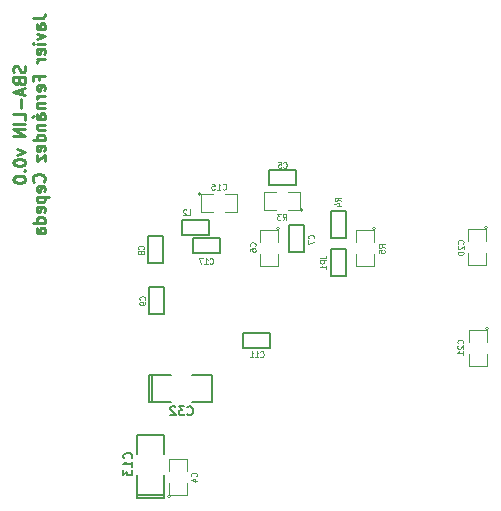
<source format=gbo>
G04 (created by PCBNEW (2013-07-07 BZR 4022)-stable) date 23/05/2015 19:38:58*
%MOIN*%
G04 Gerber Fmt 3.4, Leading zero omitted, Abs format*
%FSLAX34Y34*%
G01*
G70*
G90*
G04 APERTURE LIST*
%ADD10C,0.00590551*%
%ADD11C,0.00984252*%
%ADD12C,0.005*%
%ADD13C,0.0039*%
%ADD14C,0.0043*%
%ADD15C,0.0045*%
G04 APERTURE END LIST*
G54D10*
G54D11*
X79780Y-42070D02*
X79799Y-42126D01*
X79799Y-42220D01*
X79780Y-42257D01*
X79761Y-42276D01*
X79724Y-42295D01*
X79686Y-42295D01*
X79649Y-42276D01*
X79630Y-42257D01*
X79611Y-42220D01*
X79593Y-42145D01*
X79574Y-42107D01*
X79555Y-42088D01*
X79518Y-42070D01*
X79480Y-42070D01*
X79443Y-42088D01*
X79424Y-42107D01*
X79405Y-42145D01*
X79405Y-42238D01*
X79424Y-42295D01*
X79593Y-42595D02*
X79611Y-42651D01*
X79630Y-42670D01*
X79668Y-42688D01*
X79724Y-42688D01*
X79761Y-42670D01*
X79780Y-42651D01*
X79799Y-42613D01*
X79799Y-42463D01*
X79405Y-42463D01*
X79405Y-42595D01*
X79424Y-42632D01*
X79443Y-42651D01*
X79480Y-42670D01*
X79518Y-42670D01*
X79555Y-42651D01*
X79574Y-42632D01*
X79593Y-42595D01*
X79593Y-42463D01*
X79686Y-42838D02*
X79686Y-43026D01*
X79799Y-42801D02*
X79405Y-42932D01*
X79799Y-43063D01*
X79649Y-43195D02*
X79649Y-43495D01*
X79799Y-43870D02*
X79799Y-43682D01*
X79405Y-43682D01*
X79799Y-44001D02*
X79405Y-44001D01*
X79799Y-44188D02*
X79405Y-44188D01*
X79799Y-44413D01*
X79405Y-44413D01*
X79536Y-44863D02*
X79799Y-44957D01*
X79536Y-45051D01*
X79405Y-45276D02*
X79405Y-45313D01*
X79424Y-45351D01*
X79443Y-45369D01*
X79480Y-45388D01*
X79555Y-45407D01*
X79649Y-45407D01*
X79724Y-45388D01*
X79761Y-45369D01*
X79780Y-45351D01*
X79799Y-45313D01*
X79799Y-45276D01*
X79780Y-45238D01*
X79761Y-45219D01*
X79724Y-45201D01*
X79649Y-45182D01*
X79555Y-45182D01*
X79480Y-45201D01*
X79443Y-45219D01*
X79424Y-45238D01*
X79405Y-45276D01*
X79761Y-45576D02*
X79780Y-45594D01*
X79799Y-45576D01*
X79780Y-45557D01*
X79761Y-45576D01*
X79799Y-45576D01*
X79405Y-45838D02*
X79405Y-45876D01*
X79424Y-45913D01*
X79443Y-45932D01*
X79480Y-45951D01*
X79555Y-45969D01*
X79649Y-45969D01*
X79724Y-45951D01*
X79761Y-45932D01*
X79780Y-45913D01*
X79799Y-45876D01*
X79799Y-45838D01*
X79780Y-45801D01*
X79761Y-45782D01*
X79724Y-45763D01*
X79649Y-45744D01*
X79555Y-45744D01*
X79480Y-45763D01*
X79443Y-45782D01*
X79424Y-45801D01*
X79405Y-45838D01*
X80055Y-40495D02*
X80336Y-40495D01*
X80392Y-40476D01*
X80430Y-40439D01*
X80448Y-40382D01*
X80448Y-40345D01*
X80448Y-40851D02*
X80242Y-40851D01*
X80205Y-40832D01*
X80186Y-40795D01*
X80186Y-40720D01*
X80205Y-40682D01*
X80430Y-40851D02*
X80448Y-40814D01*
X80448Y-40720D01*
X80430Y-40682D01*
X80392Y-40664D01*
X80355Y-40664D01*
X80317Y-40682D01*
X80298Y-40720D01*
X80298Y-40814D01*
X80280Y-40851D01*
X80186Y-41001D02*
X80448Y-41095D01*
X80186Y-41189D01*
X80448Y-41339D02*
X80186Y-41339D01*
X80055Y-41339D02*
X80074Y-41320D01*
X80092Y-41339D01*
X80074Y-41357D01*
X80055Y-41339D01*
X80092Y-41339D01*
X80430Y-41676D02*
X80448Y-41639D01*
X80448Y-41564D01*
X80430Y-41526D01*
X80392Y-41507D01*
X80242Y-41507D01*
X80205Y-41526D01*
X80186Y-41564D01*
X80186Y-41639D01*
X80205Y-41676D01*
X80242Y-41695D01*
X80280Y-41695D01*
X80317Y-41507D01*
X80448Y-41864D02*
X80186Y-41864D01*
X80261Y-41864D02*
X80223Y-41882D01*
X80205Y-41901D01*
X80186Y-41939D01*
X80186Y-41976D01*
X80242Y-42538D02*
X80242Y-42407D01*
X80448Y-42407D02*
X80055Y-42407D01*
X80055Y-42595D01*
X80430Y-42895D02*
X80448Y-42857D01*
X80448Y-42782D01*
X80430Y-42745D01*
X80392Y-42726D01*
X80242Y-42726D01*
X80205Y-42745D01*
X80186Y-42782D01*
X80186Y-42857D01*
X80205Y-42895D01*
X80242Y-42913D01*
X80280Y-42913D01*
X80317Y-42726D01*
X80448Y-43082D02*
X80186Y-43082D01*
X80261Y-43082D02*
X80223Y-43101D01*
X80205Y-43120D01*
X80186Y-43157D01*
X80186Y-43195D01*
X80186Y-43326D02*
X80448Y-43326D01*
X80223Y-43326D02*
X80205Y-43345D01*
X80186Y-43382D01*
X80186Y-43438D01*
X80205Y-43476D01*
X80242Y-43495D01*
X80448Y-43495D01*
X80448Y-43851D02*
X80242Y-43851D01*
X80205Y-43832D01*
X80186Y-43795D01*
X80186Y-43720D01*
X80205Y-43682D01*
X80430Y-43851D02*
X80448Y-43813D01*
X80448Y-43720D01*
X80430Y-43682D01*
X80392Y-43663D01*
X80355Y-43663D01*
X80317Y-43682D01*
X80298Y-43720D01*
X80298Y-43813D01*
X80280Y-43851D01*
X80036Y-43795D02*
X80092Y-43738D01*
X80186Y-44038D02*
X80448Y-44038D01*
X80223Y-44038D02*
X80205Y-44057D01*
X80186Y-44094D01*
X80186Y-44151D01*
X80205Y-44188D01*
X80242Y-44207D01*
X80448Y-44207D01*
X80448Y-44563D02*
X80055Y-44563D01*
X80430Y-44563D02*
X80448Y-44526D01*
X80448Y-44451D01*
X80430Y-44413D01*
X80411Y-44394D01*
X80373Y-44376D01*
X80261Y-44376D01*
X80223Y-44394D01*
X80205Y-44413D01*
X80186Y-44451D01*
X80186Y-44526D01*
X80205Y-44563D01*
X80430Y-44901D02*
X80448Y-44863D01*
X80448Y-44788D01*
X80430Y-44751D01*
X80392Y-44732D01*
X80242Y-44732D01*
X80205Y-44751D01*
X80186Y-44788D01*
X80186Y-44863D01*
X80205Y-44901D01*
X80242Y-44919D01*
X80280Y-44919D01*
X80317Y-44732D01*
X80186Y-45051D02*
X80186Y-45257D01*
X80448Y-45051D01*
X80448Y-45257D01*
X80411Y-45932D02*
X80430Y-45913D01*
X80448Y-45857D01*
X80448Y-45819D01*
X80430Y-45763D01*
X80392Y-45726D01*
X80355Y-45707D01*
X80280Y-45688D01*
X80223Y-45688D01*
X80148Y-45707D01*
X80111Y-45726D01*
X80074Y-45763D01*
X80055Y-45819D01*
X80055Y-45857D01*
X80074Y-45913D01*
X80092Y-45932D01*
X80430Y-46250D02*
X80448Y-46213D01*
X80448Y-46138D01*
X80430Y-46100D01*
X80392Y-46082D01*
X80242Y-46082D01*
X80205Y-46100D01*
X80186Y-46138D01*
X80186Y-46213D01*
X80205Y-46250D01*
X80242Y-46269D01*
X80280Y-46269D01*
X80317Y-46082D01*
X80186Y-46438D02*
X80580Y-46438D01*
X80205Y-46438D02*
X80186Y-46475D01*
X80186Y-46550D01*
X80205Y-46588D01*
X80223Y-46607D01*
X80261Y-46625D01*
X80373Y-46625D01*
X80411Y-46607D01*
X80430Y-46588D01*
X80448Y-46550D01*
X80448Y-46475D01*
X80430Y-46438D01*
X80430Y-46944D02*
X80448Y-46907D01*
X80448Y-46832D01*
X80430Y-46794D01*
X80392Y-46775D01*
X80242Y-46775D01*
X80205Y-46794D01*
X80186Y-46832D01*
X80186Y-46907D01*
X80205Y-46944D01*
X80242Y-46963D01*
X80280Y-46963D01*
X80317Y-46775D01*
X80448Y-47300D02*
X80055Y-47300D01*
X80430Y-47300D02*
X80448Y-47263D01*
X80448Y-47188D01*
X80430Y-47150D01*
X80411Y-47132D01*
X80373Y-47113D01*
X80261Y-47113D01*
X80223Y-47132D01*
X80205Y-47150D01*
X80186Y-47188D01*
X80186Y-47263D01*
X80205Y-47300D01*
X80448Y-47657D02*
X80242Y-47657D01*
X80205Y-47638D01*
X80186Y-47600D01*
X80186Y-47525D01*
X80205Y-47488D01*
X80430Y-47657D02*
X80448Y-47619D01*
X80448Y-47525D01*
X80430Y-47488D01*
X80392Y-47469D01*
X80355Y-47469D01*
X80317Y-47488D01*
X80298Y-47525D01*
X80298Y-47619D01*
X80280Y-47657D01*
G54D12*
X84430Y-56370D02*
X84430Y-56470D01*
X84430Y-56470D02*
X83530Y-56470D01*
X83530Y-56470D02*
X83530Y-56370D01*
X84430Y-56370D02*
X83530Y-56370D01*
X83530Y-56370D02*
X83530Y-55720D01*
X84430Y-55020D02*
X84430Y-54370D01*
X84430Y-54370D02*
X83530Y-54370D01*
X83530Y-54370D02*
X83530Y-55020D01*
X84430Y-55720D02*
X84430Y-56370D01*
X84010Y-53270D02*
X83910Y-53270D01*
X83910Y-53270D02*
X83910Y-52370D01*
X83910Y-52370D02*
X84010Y-52370D01*
X84010Y-53270D02*
X84010Y-52370D01*
X84010Y-52370D02*
X84660Y-52370D01*
X85360Y-53270D02*
X86010Y-53270D01*
X86010Y-53270D02*
X86010Y-52370D01*
X86010Y-52370D02*
X85360Y-52370D01*
X84660Y-53270D02*
X84010Y-53270D01*
G54D13*
X89045Y-46885D02*
G75*
G03X89045Y-46885I-50J0D01*
G74*
G01*
X88545Y-46885D02*
X88945Y-46885D01*
X88945Y-46885D02*
X88945Y-46285D01*
X88945Y-46285D02*
X88545Y-46285D01*
X88145Y-46285D02*
X87745Y-46285D01*
X87745Y-46285D02*
X87745Y-46885D01*
X87745Y-46885D02*
X88145Y-46885D01*
X84640Y-56440D02*
G75*
G03X84640Y-56440I-50J0D01*
G74*
G01*
X84590Y-55990D02*
X84590Y-56390D01*
X84590Y-56390D02*
X85190Y-56390D01*
X85190Y-56390D02*
X85190Y-55990D01*
X85190Y-55590D02*
X85190Y-55190D01*
X85190Y-55190D02*
X84590Y-55190D01*
X84590Y-55190D02*
X84590Y-55590D01*
X88285Y-47495D02*
G75*
G03X88285Y-47495I-50J0D01*
G74*
G01*
X88235Y-47945D02*
X88235Y-47545D01*
X88235Y-47545D02*
X87635Y-47545D01*
X87635Y-47545D02*
X87635Y-47945D01*
X87635Y-48345D02*
X87635Y-48745D01*
X87635Y-48745D02*
X88235Y-48745D01*
X88235Y-48745D02*
X88235Y-48345D01*
X85655Y-46335D02*
G75*
G03X85655Y-46335I-50J0D01*
G74*
G01*
X86055Y-46335D02*
X85655Y-46335D01*
X85655Y-46335D02*
X85655Y-46935D01*
X85655Y-46935D02*
X86055Y-46935D01*
X86455Y-46935D02*
X86855Y-46935D01*
X86855Y-46935D02*
X86855Y-46335D01*
X86855Y-46335D02*
X86455Y-46335D01*
X91475Y-47510D02*
G75*
G03X91475Y-47510I-50J0D01*
G74*
G01*
X91425Y-47960D02*
X91425Y-47560D01*
X91425Y-47560D02*
X90825Y-47560D01*
X90825Y-47560D02*
X90825Y-47960D01*
X90825Y-48360D02*
X90825Y-48760D01*
X90825Y-48760D02*
X91425Y-48760D01*
X91425Y-48760D02*
X91425Y-48360D01*
G54D12*
X87050Y-51485D02*
X87950Y-51485D01*
X87950Y-51485D02*
X87950Y-50985D01*
X87950Y-50985D02*
X87050Y-50985D01*
X87050Y-50985D02*
X87050Y-51485D01*
X84390Y-48645D02*
X84390Y-47745D01*
X84390Y-47745D02*
X83890Y-47745D01*
X83890Y-47745D02*
X83890Y-48645D01*
X83890Y-48645D02*
X84390Y-48645D01*
X83930Y-49465D02*
X83930Y-50365D01*
X83930Y-50365D02*
X84430Y-50365D01*
X84430Y-50365D02*
X84430Y-49465D01*
X84430Y-49465D02*
X83930Y-49465D01*
X89085Y-48295D02*
X89085Y-47395D01*
X89085Y-47395D02*
X88585Y-47395D01*
X88585Y-47395D02*
X88585Y-48295D01*
X88585Y-48295D02*
X89085Y-48295D01*
X85030Y-47700D02*
X85930Y-47700D01*
X85930Y-47700D02*
X85930Y-47200D01*
X85930Y-47200D02*
X85030Y-47200D01*
X85030Y-47200D02*
X85030Y-47700D01*
X89975Y-48185D02*
X89975Y-49085D01*
X89975Y-49085D02*
X90475Y-49085D01*
X90475Y-49085D02*
X90475Y-48185D01*
X90475Y-48185D02*
X89975Y-48185D01*
X86290Y-47825D02*
X85390Y-47825D01*
X85390Y-47825D02*
X85390Y-48325D01*
X85390Y-48325D02*
X86290Y-48325D01*
X86290Y-48325D02*
X86290Y-47825D01*
X88840Y-45560D02*
X87940Y-45560D01*
X87940Y-45560D02*
X87940Y-46060D01*
X87940Y-46060D02*
X88840Y-46060D01*
X88840Y-46060D02*
X88840Y-45560D01*
G54D13*
X95215Y-47470D02*
G75*
G03X95215Y-47470I-50J0D01*
G74*
G01*
X95165Y-47920D02*
X95165Y-47520D01*
X95165Y-47520D02*
X94565Y-47520D01*
X94565Y-47520D02*
X94565Y-47920D01*
X94565Y-48320D02*
X94565Y-48720D01*
X94565Y-48720D02*
X95165Y-48720D01*
X95165Y-48720D02*
X95165Y-48320D01*
X95240Y-50830D02*
G75*
G03X95240Y-50830I-50J0D01*
G74*
G01*
X95190Y-51280D02*
X95190Y-50880D01*
X95190Y-50880D02*
X94590Y-50880D01*
X94590Y-50880D02*
X94590Y-51280D01*
X94590Y-51680D02*
X94590Y-52080D01*
X94590Y-52080D02*
X95190Y-52080D01*
X95190Y-52080D02*
X95190Y-51680D01*
G54D12*
X89985Y-46905D02*
X89985Y-47805D01*
X89985Y-47805D02*
X90485Y-47805D01*
X90485Y-47805D02*
X90485Y-46905D01*
X90485Y-46905D02*
X89985Y-46905D01*
X83342Y-55157D02*
X83357Y-55142D01*
X83371Y-55100D01*
X83371Y-55071D01*
X83357Y-55028D01*
X83328Y-55000D01*
X83300Y-54985D01*
X83242Y-54971D01*
X83200Y-54971D01*
X83142Y-54985D01*
X83114Y-55000D01*
X83085Y-55028D01*
X83071Y-55071D01*
X83071Y-55100D01*
X83085Y-55142D01*
X83100Y-55157D01*
X83371Y-55442D02*
X83371Y-55271D01*
X83371Y-55357D02*
X83071Y-55357D01*
X83114Y-55328D01*
X83142Y-55300D01*
X83157Y-55271D01*
X83071Y-55542D02*
X83071Y-55728D01*
X83185Y-55628D01*
X83185Y-55671D01*
X83200Y-55700D01*
X83214Y-55714D01*
X83242Y-55728D01*
X83314Y-55728D01*
X83342Y-55714D01*
X83357Y-55700D01*
X83371Y-55671D01*
X83371Y-55585D01*
X83357Y-55557D01*
X83342Y-55542D01*
X85207Y-53697D02*
X85222Y-53712D01*
X85265Y-53726D01*
X85293Y-53726D01*
X85336Y-53712D01*
X85365Y-53683D01*
X85379Y-53655D01*
X85393Y-53597D01*
X85393Y-53555D01*
X85379Y-53497D01*
X85365Y-53469D01*
X85336Y-53440D01*
X85293Y-53426D01*
X85265Y-53426D01*
X85222Y-53440D01*
X85207Y-53455D01*
X85107Y-53426D02*
X84922Y-53426D01*
X85022Y-53540D01*
X84979Y-53540D01*
X84950Y-53555D01*
X84936Y-53569D01*
X84922Y-53597D01*
X84922Y-53669D01*
X84936Y-53697D01*
X84950Y-53712D01*
X84979Y-53726D01*
X85065Y-53726D01*
X85093Y-53712D01*
X85107Y-53697D01*
X84807Y-53455D02*
X84793Y-53440D01*
X84765Y-53426D01*
X84693Y-53426D01*
X84665Y-53440D01*
X84650Y-53455D01*
X84636Y-53483D01*
X84636Y-53512D01*
X84650Y-53555D01*
X84822Y-53726D01*
X84636Y-53726D01*
G54D14*
X88382Y-47209D02*
X88448Y-47115D01*
X88495Y-47209D02*
X88495Y-47012D01*
X88420Y-47012D01*
X88401Y-47022D01*
X88392Y-47031D01*
X88382Y-47050D01*
X88382Y-47078D01*
X88392Y-47097D01*
X88401Y-47106D01*
X88420Y-47115D01*
X88495Y-47115D01*
X88317Y-47012D02*
X88195Y-47012D01*
X88260Y-47087D01*
X88232Y-47087D01*
X88213Y-47097D01*
X88204Y-47106D01*
X88195Y-47125D01*
X88195Y-47172D01*
X88204Y-47190D01*
X88213Y-47200D01*
X88232Y-47209D01*
X88289Y-47209D01*
X88307Y-47200D01*
X88317Y-47190D01*
X85500Y-55757D02*
X85510Y-55747D01*
X85519Y-55719D01*
X85519Y-55700D01*
X85510Y-55672D01*
X85491Y-55653D01*
X85472Y-55644D01*
X85435Y-55635D01*
X85407Y-55635D01*
X85369Y-55644D01*
X85350Y-55653D01*
X85332Y-55672D01*
X85322Y-55700D01*
X85322Y-55719D01*
X85332Y-55747D01*
X85341Y-55757D01*
X85388Y-55926D02*
X85519Y-55926D01*
X85313Y-55879D02*
X85454Y-55832D01*
X85454Y-55954D01*
X87460Y-48087D02*
X87470Y-48077D01*
X87479Y-48049D01*
X87479Y-48030D01*
X87470Y-48002D01*
X87451Y-47983D01*
X87432Y-47974D01*
X87395Y-47965D01*
X87367Y-47965D01*
X87329Y-47974D01*
X87310Y-47983D01*
X87292Y-48002D01*
X87282Y-48030D01*
X87282Y-48049D01*
X87292Y-48077D01*
X87301Y-48087D01*
X87282Y-48256D02*
X87282Y-48218D01*
X87292Y-48199D01*
X87301Y-48190D01*
X87329Y-48171D01*
X87367Y-48162D01*
X87442Y-48162D01*
X87460Y-48171D01*
X87470Y-48180D01*
X87479Y-48199D01*
X87479Y-48237D01*
X87470Y-48256D01*
X87460Y-48265D01*
X87442Y-48274D01*
X87395Y-48274D01*
X87376Y-48265D01*
X87367Y-48256D01*
X87357Y-48237D01*
X87357Y-48199D01*
X87367Y-48180D01*
X87376Y-48171D01*
X87395Y-48162D01*
X86376Y-46180D02*
X86386Y-46190D01*
X86414Y-46199D01*
X86432Y-46199D01*
X86461Y-46190D01*
X86479Y-46171D01*
X86489Y-46152D01*
X86498Y-46115D01*
X86498Y-46087D01*
X86489Y-46049D01*
X86479Y-46030D01*
X86461Y-46012D01*
X86432Y-46002D01*
X86414Y-46002D01*
X86386Y-46012D01*
X86376Y-46021D01*
X86189Y-46199D02*
X86301Y-46199D01*
X86245Y-46199D02*
X86245Y-46002D01*
X86264Y-46030D01*
X86282Y-46049D01*
X86301Y-46059D01*
X86010Y-46002D02*
X86104Y-46002D01*
X86113Y-46096D01*
X86104Y-46087D01*
X86085Y-46077D01*
X86038Y-46077D01*
X86020Y-46087D01*
X86010Y-46096D01*
X86001Y-46115D01*
X86001Y-46162D01*
X86010Y-46180D01*
X86020Y-46190D01*
X86038Y-46199D01*
X86085Y-46199D01*
X86104Y-46190D01*
X86113Y-46180D01*
X91779Y-48142D02*
X91685Y-48076D01*
X91779Y-48029D02*
X91582Y-48029D01*
X91582Y-48104D01*
X91592Y-48123D01*
X91601Y-48132D01*
X91620Y-48142D01*
X91648Y-48142D01*
X91667Y-48132D01*
X91676Y-48123D01*
X91685Y-48104D01*
X91685Y-48029D01*
X91582Y-48320D02*
X91582Y-48226D01*
X91676Y-48217D01*
X91667Y-48226D01*
X91657Y-48245D01*
X91657Y-48292D01*
X91667Y-48311D01*
X91676Y-48320D01*
X91695Y-48329D01*
X91742Y-48329D01*
X91760Y-48320D01*
X91770Y-48311D01*
X91779Y-48292D01*
X91779Y-48245D01*
X91770Y-48226D01*
X91760Y-48217D01*
G54D15*
X87635Y-51766D02*
X87644Y-51776D01*
X87670Y-51785D01*
X87687Y-51785D01*
X87712Y-51776D01*
X87730Y-51757D01*
X87738Y-51738D01*
X87747Y-51700D01*
X87747Y-51671D01*
X87738Y-51633D01*
X87730Y-51614D01*
X87712Y-51595D01*
X87687Y-51585D01*
X87670Y-51585D01*
X87644Y-51595D01*
X87635Y-51605D01*
X87464Y-51785D02*
X87567Y-51785D01*
X87515Y-51785D02*
X87515Y-51585D01*
X87532Y-51614D01*
X87550Y-51633D01*
X87567Y-51643D01*
X87292Y-51785D02*
X87395Y-51785D01*
X87344Y-51785D02*
X87344Y-51585D01*
X87361Y-51614D01*
X87378Y-51633D01*
X87395Y-51643D01*
X83741Y-48180D02*
X83751Y-48171D01*
X83760Y-48145D01*
X83760Y-48128D01*
X83751Y-48102D01*
X83732Y-48085D01*
X83713Y-48077D01*
X83675Y-48068D01*
X83646Y-48068D01*
X83608Y-48077D01*
X83589Y-48085D01*
X83570Y-48102D01*
X83560Y-48128D01*
X83560Y-48145D01*
X83570Y-48171D01*
X83580Y-48180D01*
X83646Y-48282D02*
X83637Y-48265D01*
X83627Y-48257D01*
X83608Y-48248D01*
X83599Y-48248D01*
X83580Y-48257D01*
X83570Y-48265D01*
X83560Y-48282D01*
X83560Y-48317D01*
X83570Y-48334D01*
X83580Y-48342D01*
X83599Y-48351D01*
X83608Y-48351D01*
X83627Y-48342D01*
X83637Y-48334D01*
X83646Y-48317D01*
X83646Y-48282D01*
X83656Y-48265D01*
X83665Y-48257D01*
X83684Y-48248D01*
X83722Y-48248D01*
X83741Y-48257D01*
X83751Y-48265D01*
X83760Y-48282D01*
X83760Y-48317D01*
X83751Y-48334D01*
X83741Y-48342D01*
X83722Y-48351D01*
X83684Y-48351D01*
X83665Y-48342D01*
X83656Y-48334D01*
X83646Y-48317D01*
X83781Y-49870D02*
X83791Y-49861D01*
X83800Y-49835D01*
X83800Y-49818D01*
X83791Y-49792D01*
X83772Y-49775D01*
X83753Y-49767D01*
X83715Y-49758D01*
X83686Y-49758D01*
X83648Y-49767D01*
X83629Y-49775D01*
X83610Y-49792D01*
X83600Y-49818D01*
X83600Y-49835D01*
X83610Y-49861D01*
X83620Y-49870D01*
X83800Y-49955D02*
X83800Y-49990D01*
X83791Y-50007D01*
X83781Y-50015D01*
X83753Y-50032D01*
X83715Y-50041D01*
X83639Y-50041D01*
X83620Y-50032D01*
X83610Y-50024D01*
X83600Y-50007D01*
X83600Y-49972D01*
X83610Y-49955D01*
X83620Y-49947D01*
X83639Y-49938D01*
X83686Y-49938D01*
X83705Y-49947D01*
X83715Y-49955D01*
X83724Y-49972D01*
X83724Y-50007D01*
X83715Y-50024D01*
X83705Y-50032D01*
X83686Y-50041D01*
X89411Y-47830D02*
X89421Y-47821D01*
X89430Y-47795D01*
X89430Y-47778D01*
X89421Y-47752D01*
X89402Y-47735D01*
X89383Y-47727D01*
X89345Y-47718D01*
X89316Y-47718D01*
X89278Y-47727D01*
X89259Y-47735D01*
X89240Y-47752D01*
X89230Y-47778D01*
X89230Y-47795D01*
X89240Y-47821D01*
X89250Y-47830D01*
X89230Y-47890D02*
X89230Y-48010D01*
X89430Y-47932D01*
X85220Y-47060D02*
X85305Y-47060D01*
X85305Y-46860D01*
X85168Y-46880D02*
X85160Y-46870D01*
X85142Y-46860D01*
X85100Y-46860D01*
X85082Y-46870D01*
X85074Y-46880D01*
X85065Y-46899D01*
X85065Y-46918D01*
X85074Y-46946D01*
X85177Y-47060D01*
X85065Y-47060D01*
X89640Y-48480D02*
X89783Y-48480D01*
X89812Y-48471D01*
X89831Y-48454D01*
X89840Y-48428D01*
X89840Y-48411D01*
X89840Y-48565D02*
X89640Y-48565D01*
X89640Y-48634D01*
X89650Y-48651D01*
X89660Y-48660D01*
X89679Y-48668D01*
X89707Y-48668D01*
X89726Y-48660D01*
X89736Y-48651D01*
X89745Y-48634D01*
X89745Y-48565D01*
X89840Y-48840D02*
X89840Y-48737D01*
X89840Y-48788D02*
X89640Y-48788D01*
X89669Y-48771D01*
X89688Y-48754D01*
X89698Y-48737D01*
X85945Y-48661D02*
X85954Y-48671D01*
X85980Y-48680D01*
X85997Y-48680D01*
X86022Y-48671D01*
X86040Y-48652D01*
X86048Y-48633D01*
X86057Y-48595D01*
X86057Y-48566D01*
X86048Y-48528D01*
X86040Y-48509D01*
X86022Y-48490D01*
X85997Y-48480D01*
X85980Y-48480D01*
X85954Y-48490D01*
X85945Y-48500D01*
X85774Y-48680D02*
X85877Y-48680D01*
X85825Y-48680D02*
X85825Y-48480D01*
X85842Y-48509D01*
X85860Y-48528D01*
X85877Y-48538D01*
X85714Y-48480D02*
X85594Y-48480D01*
X85671Y-48680D01*
X88400Y-45461D02*
X88408Y-45471D01*
X88434Y-45480D01*
X88451Y-45480D01*
X88477Y-45471D01*
X88494Y-45452D01*
X88502Y-45433D01*
X88511Y-45395D01*
X88511Y-45366D01*
X88502Y-45328D01*
X88494Y-45309D01*
X88477Y-45290D01*
X88451Y-45280D01*
X88434Y-45280D01*
X88408Y-45290D01*
X88400Y-45300D01*
X88237Y-45280D02*
X88322Y-45280D01*
X88331Y-45376D01*
X88322Y-45366D01*
X88305Y-45357D01*
X88262Y-45357D01*
X88245Y-45366D01*
X88237Y-45376D01*
X88228Y-45395D01*
X88228Y-45442D01*
X88237Y-45461D01*
X88245Y-45471D01*
X88262Y-45480D01*
X88305Y-45480D01*
X88322Y-45471D01*
X88331Y-45461D01*
G54D14*
X94390Y-48003D02*
X94400Y-47993D01*
X94409Y-47965D01*
X94409Y-47947D01*
X94400Y-47918D01*
X94381Y-47900D01*
X94362Y-47890D01*
X94325Y-47881D01*
X94297Y-47881D01*
X94259Y-47890D01*
X94240Y-47900D01*
X94222Y-47918D01*
X94212Y-47947D01*
X94212Y-47965D01*
X94222Y-47993D01*
X94231Y-48003D01*
X94231Y-48078D02*
X94222Y-48087D01*
X94212Y-48106D01*
X94212Y-48153D01*
X94222Y-48172D01*
X94231Y-48181D01*
X94250Y-48190D01*
X94269Y-48190D01*
X94297Y-48181D01*
X94409Y-48069D01*
X94409Y-48190D01*
X94212Y-48312D02*
X94212Y-48331D01*
X94222Y-48350D01*
X94231Y-48359D01*
X94250Y-48369D01*
X94287Y-48378D01*
X94334Y-48378D01*
X94372Y-48369D01*
X94390Y-48359D01*
X94400Y-48350D01*
X94409Y-48331D01*
X94409Y-48312D01*
X94400Y-48294D01*
X94390Y-48284D01*
X94372Y-48275D01*
X94334Y-48266D01*
X94287Y-48266D01*
X94250Y-48275D01*
X94231Y-48284D01*
X94222Y-48294D01*
X94212Y-48312D01*
X94380Y-51328D02*
X94390Y-51318D01*
X94399Y-51290D01*
X94399Y-51272D01*
X94390Y-51243D01*
X94371Y-51225D01*
X94352Y-51215D01*
X94315Y-51206D01*
X94287Y-51206D01*
X94249Y-51215D01*
X94230Y-51225D01*
X94212Y-51243D01*
X94202Y-51272D01*
X94202Y-51290D01*
X94212Y-51318D01*
X94221Y-51328D01*
X94221Y-51403D02*
X94212Y-51412D01*
X94202Y-51431D01*
X94202Y-51478D01*
X94212Y-51497D01*
X94221Y-51506D01*
X94240Y-51515D01*
X94259Y-51515D01*
X94287Y-51506D01*
X94399Y-51394D01*
X94399Y-51515D01*
X94399Y-51703D02*
X94399Y-51591D01*
X94399Y-51647D02*
X94202Y-51647D01*
X94230Y-51628D01*
X94249Y-51609D01*
X94259Y-51591D01*
G54D15*
X90310Y-46580D02*
X90215Y-46520D01*
X90310Y-46477D02*
X90110Y-46477D01*
X90110Y-46545D01*
X90120Y-46562D01*
X90130Y-46571D01*
X90149Y-46580D01*
X90177Y-46580D01*
X90196Y-46571D01*
X90206Y-46562D01*
X90215Y-46545D01*
X90215Y-46477D01*
X90177Y-46734D02*
X90310Y-46734D01*
X90101Y-46691D02*
X90244Y-46648D01*
X90244Y-46760D01*
M02*

</source>
